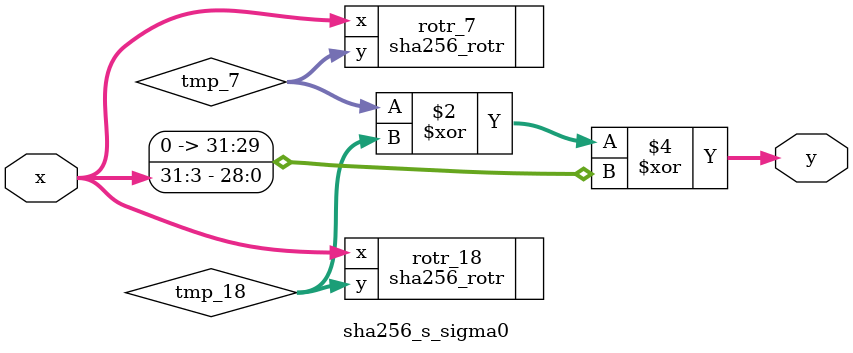
<source format=sv>
module sha256_s_sigma0(
    input   logic   [31:0]  x,
    output  logic   [31:0]  y
);
    logic   [31:0]  tmp_7;
    logic   [31:0]  tmp_18;

    sha256_rotr #(7) rotr_7 (.x(x), .y(tmp_7));
    sha256_rotr #(18) rotr_18 (.x(x), .y(tmp_18));

    always_comb begin : S_SIGMA0
        y = tmp_7 ^ tmp_18 ^ (x >> 3);
    end
endmodule

</source>
